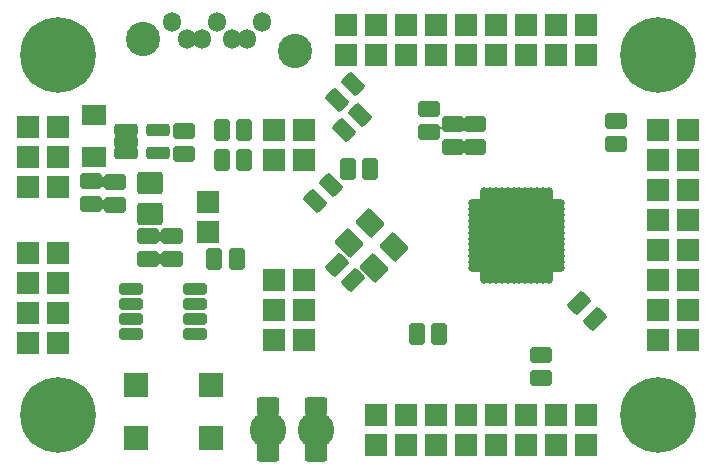
<source format=gbr>
%TF.GenerationSoftware,KiCad,Pcbnew,6.0.4-6f826c9f35~116~ubuntu20.04.1*%
%TF.CreationDate,2022-04-06T12:55:40+00:00*%
%TF.ProjectId,PROGLOG01A,50524f47-4c4f-4473-9031-412e6b696361,REV*%
%TF.SameCoordinates,Original*%
%TF.FileFunction,Soldermask,Bot*%
%TF.FilePolarity,Negative*%
%FSLAX46Y46*%
G04 Gerber Fmt 4.6, Leading zero omitted, Abs format (unit mm)*
G04 Created by KiCad (PCBNEW 6.0.4-6f826c9f35~116~ubuntu20.04.1) date 2022-04-06 12:55:40*
%MOMM*%
%LPD*%
G01*
G04 APERTURE LIST*
G04 Aperture macros list*
%AMRoundRect*
0 Rectangle with rounded corners*
0 $1 Rounding radius*
0 $2 $3 $4 $5 $6 $7 $8 $9 X,Y pos of 4 corners*
0 Add a 4 corners polygon primitive as box body*
4,1,4,$2,$3,$4,$5,$6,$7,$8,$9,$2,$3,0*
0 Add four circle primitives for the rounded corners*
1,1,$1+$1,$2,$3*
1,1,$1+$1,$4,$5*
1,1,$1+$1,$6,$7*
1,1,$1+$1,$8,$9*
0 Add four rect primitives between the rounded corners*
20,1,$1+$1,$2,$3,$4,$5,0*
20,1,$1+$1,$4,$5,$6,$7,0*
20,1,$1+$1,$6,$7,$8,$9,0*
20,1,$1+$1,$8,$9,$2,$3,0*%
G04 Aperture macros list end*
%ADD10RoundRect,0.200000X-0.762000X0.762000X-0.762000X-0.762000X0.762000X-0.762000X0.762000X0.762000X0*%
%ADD11RoundRect,0.200000X-0.762000X-0.762000X0.762000X-0.762000X0.762000X0.762000X-0.762000X0.762000X0*%
%ADD12C,6.400000*%
%ADD13RoundRect,0.200000X-0.838200X-0.838200X0.838200X-0.838200X0.838200X0.838200X-0.838200X0.838200X0*%
%ADD14RoundRect,0.200000X0.762000X-0.762000X0.762000X0.762000X-0.762000X0.762000X-0.762000X-0.762000X0*%
%ADD15RoundRect,0.200000X0.762000X0.762000X-0.762000X0.762000X-0.762000X-0.762000X0.762000X-0.762000X0*%
%ADD16O,1.500000X1.700000*%
%ADD17C,2.900000*%
%ADD18RoundRect,0.262500X0.062500X-0.375000X0.062500X0.375000X-0.062500X0.375000X-0.062500X-0.375000X0*%
%ADD19RoundRect,0.262500X0.375000X-0.062500X0.375000X0.062500X-0.375000X0.062500X-0.375000X-0.062500X0*%
%ADD20RoundRect,0.450001X2.549999X-2.549999X2.549999X2.549999X-2.549999X2.549999X-2.549999X-2.549999X0*%
%ADD21RoundRect,0.200000X-0.698500X0.444500X-0.698500X-0.444500X0.698500X-0.444500X0.698500X0.444500X0*%
%ADD22RoundRect,0.200000X-0.200000X0.750000X-0.200000X-0.750000X0.200000X-0.750000X0.200000X0.750000X0*%
%ADD23RoundRect,0.200000X-0.780000X-0.325000X0.780000X-0.325000X0.780000X0.325000X-0.780000X0.325000X0*%
%ADD24RoundRect,0.200000X0.698500X-0.444500X0.698500X0.444500X-0.698500X0.444500X-0.698500X-0.444500X0*%
%ADD25RoundRect,0.200000X-0.444500X-0.698500X0.444500X-0.698500X0.444500X0.698500X-0.444500X0.698500X0*%
%ADD26RoundRect,0.200000X0.179605X-0.808223X0.808223X-0.179605X-0.179605X0.808223X-0.808223X0.179605X0*%
%ADD27RoundRect,0.200000X1.042983X-0.088388X-0.088388X1.042983X-1.042983X0.088388X0.088388X-1.042983X0*%
%ADD28C,3.100000*%
%ADD29RoundRect,0.200000X0.750000X-0.525000X0.750000X0.525000X-0.750000X0.525000X-0.750000X-0.525000X0*%
%ADD30RoundRect,0.200000X0.850000X-0.650000X0.850000X0.650000X-0.850000X0.650000X-0.850000X-0.650000X0*%
%ADD31RoundRect,0.200000X-0.775000X-0.300000X0.775000X-0.300000X0.775000X0.300000X-0.775000X0.300000X0*%
%ADD32RoundRect,0.200000X0.444500X0.698500X-0.444500X0.698500X-0.444500X-0.698500X0.444500X-0.698500X0*%
%ADD33RoundRect,0.200000X0.808223X0.179605X0.179605X0.808223X-0.808223X-0.179605X-0.179605X-0.808223X0*%
G04 APERTURE END LIST*
D10*
%TO.C,J23*%
X204470000Y-103886000D03*
X204470000Y-106426000D03*
%TD*%
%TO.C,J21*%
X199390000Y-103886000D03*
X199390000Y-106426000D03*
%TD*%
D11*
%TO.C,J1*%
X159766000Y-112522000D03*
X162306000Y-112522000D03*
X159766000Y-115062000D03*
X162306000Y-115062000D03*
X159766000Y-117602000D03*
X162306000Y-117602000D03*
%TD*%
D10*
%TO.C,J18*%
X194310000Y-103886000D03*
X194310000Y-106426000D03*
%TD*%
%TO.C,J25*%
X207010000Y-103886000D03*
X207010000Y-106426000D03*
%TD*%
D11*
%TO.C,J24*%
X213106000Y-112776000D03*
X215646000Y-112776000D03*
%TD*%
D10*
%TO.C,J16*%
X189230000Y-103886000D03*
X189230000Y-106426000D03*
%TD*%
%TO.C,J6*%
X199390000Y-136906000D03*
X199390000Y-139446000D03*
%TD*%
%TO.C,J20*%
X196850000Y-103886000D03*
X196850000Y-106426000D03*
%TD*%
D12*
%TO.C,M4*%
X162306000Y-136906000D03*
%TD*%
D11*
%TO.C,J4*%
X159766000Y-123190000D03*
X162306000Y-123190000D03*
X159766000Y-125730000D03*
X162306000Y-125730000D03*
X159766000Y-128270000D03*
X162306000Y-128270000D03*
X159766000Y-130810000D03*
X162306000Y-130810000D03*
%TD*%
D10*
%TO.C,J5*%
X201930000Y-136906000D03*
X201930000Y-139446000D03*
%TD*%
D13*
%TO.C,SW1*%
X175209600Y-134402000D03*
X168909600Y-134402000D03*
X175209600Y-138902000D03*
X168909600Y-138902000D03*
%TD*%
D11*
%TO.C,J31*%
X213106000Y-120396000D03*
X215646000Y-120396000D03*
%TD*%
%TO.C,J29*%
X213106000Y-117856000D03*
X215646000Y-117856000D03*
%TD*%
%TO.C,J27*%
X213106000Y-122936000D03*
X215646000Y-122936000D03*
%TD*%
D10*
%TO.C,J19*%
X201930000Y-103886000D03*
X201930000Y-106426000D03*
%TD*%
D11*
%TO.C,J28*%
X213106000Y-125476000D03*
X215646000Y-125476000D03*
%TD*%
%TO.C,J30*%
X213106000Y-128016000D03*
X215646000Y-128016000D03*
%TD*%
D10*
%TO.C,J7*%
X196850000Y-136906000D03*
X196850000Y-139446000D03*
%TD*%
D12*
%TO.C,M2*%
X213106000Y-106426000D03*
%TD*%
%TO.C,M1*%
X213106000Y-136906000D03*
%TD*%
D14*
%TO.C,J2*%
X175006000Y-121412000D03*
X175006000Y-118872000D03*
%TD*%
D10*
%TO.C,J34*%
X207010000Y-136906000D03*
X207010000Y-139446000D03*
%TD*%
D11*
%TO.C,J32*%
X213106000Y-130556000D03*
X215646000Y-130556000D03*
%TD*%
%TO.C,J13*%
X180594000Y-128016000D03*
X183134000Y-128016000D03*
%TD*%
D10*
%TO.C,J11*%
X189230000Y-136906000D03*
X189230000Y-139446000D03*
%TD*%
D15*
%TO.C,J14*%
X183134000Y-130556000D03*
X180594000Y-130556000D03*
%TD*%
D10*
%TO.C,J15*%
X186690000Y-103886000D03*
X186690000Y-106426000D03*
%TD*%
D11*
%TO.C,J22*%
X213106000Y-115316000D03*
X215646000Y-115316000D03*
%TD*%
D10*
%TO.C,J33*%
X204470000Y-136906000D03*
X204470000Y-139446000D03*
%TD*%
%TO.C,J17*%
X191770000Y-103886000D03*
X191770000Y-106426000D03*
%TD*%
%TO.C,J8*%
X194310000Y-136906000D03*
X194310000Y-139446000D03*
%TD*%
%TO.C,J9*%
X191770000Y-136906000D03*
X191770000Y-139446000D03*
%TD*%
D16*
%TO.C,J26*%
X171958000Y-103632000D03*
X173228000Y-105132000D03*
X174498000Y-105132000D03*
X175768000Y-103632000D03*
X177038000Y-105132000D03*
X178308000Y-105132000D03*
X179578000Y-103632000D03*
D17*
X182328000Y-106132000D03*
X169498000Y-105132000D03*
%TD*%
D12*
%TO.C,M3*%
X162306000Y-106426000D03*
%TD*%
D11*
%TO.C,J10*%
X180594000Y-125476000D03*
X183134000Y-125476000D03*
%TD*%
%TO.C,J3*%
X180594000Y-112776000D03*
X183134000Y-112776000D03*
X180594000Y-115316000D03*
X183134000Y-115316000D03*
%TD*%
D18*
%TO.C,U4*%
X203841800Y-125192400D03*
X203341800Y-125192400D03*
X202841800Y-125192400D03*
X202341800Y-125192400D03*
X201841800Y-125192400D03*
X201341800Y-125192400D03*
X200841800Y-125192400D03*
X200341800Y-125192400D03*
X199841800Y-125192400D03*
X199341800Y-125192400D03*
X198841800Y-125192400D03*
X198341800Y-125192400D03*
D19*
X197654300Y-124504900D03*
X197654300Y-124004900D03*
X197654300Y-123504900D03*
X197654300Y-123004900D03*
X197654300Y-122504900D03*
X197654300Y-122004900D03*
X197654300Y-121504900D03*
X197654300Y-121004900D03*
X197654300Y-120504900D03*
X197654300Y-120004900D03*
X197654300Y-119504900D03*
X197654300Y-119004900D03*
D18*
X198341800Y-118317400D03*
X198841800Y-118317400D03*
X199341800Y-118317400D03*
X199841800Y-118317400D03*
X200341800Y-118317400D03*
X200841800Y-118317400D03*
X201341800Y-118317400D03*
X201841800Y-118317400D03*
X202341800Y-118317400D03*
X202841800Y-118317400D03*
X203341800Y-118317400D03*
X203841800Y-118317400D03*
D19*
X204529300Y-119004900D03*
X204529300Y-119504900D03*
X204529300Y-120004900D03*
X204529300Y-120504900D03*
X204529300Y-121004900D03*
X204529300Y-121504900D03*
X204529300Y-122004900D03*
X204529300Y-122504900D03*
X204529300Y-123004900D03*
X204529300Y-123504900D03*
X204529300Y-124004900D03*
X204529300Y-124504900D03*
D20*
X201091800Y-121754900D03*
%TD*%
D21*
%TO.C,C3*%
X165100000Y-117157500D03*
X165100000Y-119062500D03*
%TD*%
D22*
%TO.C,U1*%
X169403000Y-117288000D03*
X170053000Y-117288000D03*
X170703000Y-117288000D03*
X170703000Y-119948000D03*
X170053000Y-119948000D03*
X169403000Y-119948000D03*
%TD*%
D23*
%TO.C,U2*%
X168068000Y-114742000D03*
X168068000Y-113792000D03*
X168068000Y-112842000D03*
X170768000Y-112842000D03*
X170768000Y-114742000D03*
%TD*%
D24*
%TO.C,C4*%
X172974000Y-114808000D03*
X172974000Y-112903000D03*
%TD*%
D25*
%TO.C,R3*%
X176149000Y-112776000D03*
X178054000Y-112776000D03*
%TD*%
%TO.C,R2*%
X176149000Y-115316000D03*
X178054000Y-115316000D03*
%TD*%
D26*
%TO.C,R8*%
X185901762Y-110262238D03*
X187248800Y-108915200D03*
%TD*%
D21*
%TO.C,R10*%
X209550000Y-112077500D03*
X209550000Y-113982500D03*
%TD*%
D25*
%TO.C,R9*%
X192659000Y-130048000D03*
X194564000Y-130048000D03*
%TD*%
D21*
%TO.C,R5*%
X169926000Y-121793000D03*
X169926000Y-123698000D03*
%TD*%
D27*
%TO.C,X1*%
X188990421Y-124464188D03*
X186939812Y-122413579D03*
X188707579Y-120645812D03*
X190758188Y-122696421D03*
%TD*%
D24*
%TO.C,C1*%
X203200000Y-133781800D03*
X203200000Y-131876800D03*
%TD*%
D21*
%TO.C,C2*%
X167132000Y-117221000D03*
X167132000Y-119126000D03*
%TD*%
D26*
%TO.C,R7*%
X186460562Y-112853038D03*
X187807600Y-111506000D03*
%TD*%
D21*
%TO.C,R6*%
X171958000Y-121793000D03*
X171958000Y-123698000D03*
%TD*%
D28*
%TO.C,D3*%
X180086000Y-138176000D03*
D29*
X180086000Y-136176000D03*
X180086000Y-140176000D03*
%TD*%
D28*
%TO.C,D2*%
X184150000Y-138176000D03*
D29*
X184150000Y-136176000D03*
X184150000Y-140176000D03*
%TD*%
D30*
%TO.C,D1*%
X165354000Y-115062000D03*
X165354000Y-111562000D03*
%TD*%
D24*
%TO.C,C6*%
X195707000Y-114236500D03*
X195707000Y-112331500D03*
%TD*%
%TO.C,C5*%
X193675000Y-112953800D03*
X193675000Y-111048800D03*
%TD*%
D26*
%TO.C,C9*%
X184035281Y-118783519D03*
X185382319Y-117436481D03*
%TD*%
D31*
%TO.C,U3*%
X168480760Y-130060700D03*
X168480760Y-128790700D03*
X168480760Y-127520700D03*
X168480760Y-126250700D03*
X173880760Y-126250700D03*
X173880760Y-127520700D03*
X173880760Y-128790700D03*
X173880760Y-130060700D03*
%TD*%
D32*
%TO.C,R1*%
X177419000Y-123698000D03*
X175514000Y-123698000D03*
%TD*%
D33*
%TO.C,C10*%
X207695800Y-128778000D03*
X206348762Y-127430962D03*
%TD*%
%TO.C,C7*%
X187211538Y-125553038D03*
X185864500Y-124206000D03*
%TD*%
D25*
%TO.C,C8*%
X186791600Y-116078000D03*
X188696600Y-116078000D03*
%TD*%
D24*
%TO.C,R4*%
X197612000Y-114236500D03*
X197612000Y-112331500D03*
%TD*%
G36*
X171072466Y-123195405D02*
G01*
X171072790Y-123196942D01*
X171061500Y-123253699D01*
X171061500Y-124142301D01*
X171072790Y-124199058D01*
X171072147Y-124200952D01*
X171070185Y-124201342D01*
X171069015Y-124200293D01*
X171065181Y-124192072D01*
X171065011Y-124191488D01*
X171063984Y-124183691D01*
X171035845Y-124120081D01*
X170978031Y-124081945D01*
X170908777Y-124081121D01*
X170850083Y-124117860D01*
X170820014Y-124183702D01*
X170818989Y-124191488D01*
X170818819Y-124192072D01*
X170814985Y-124200293D01*
X170813346Y-124201440D01*
X170811534Y-124200595D01*
X170811210Y-124199058D01*
X170822500Y-124142301D01*
X170822500Y-123253699D01*
X170811210Y-123196942D01*
X170811853Y-123195048D01*
X170813815Y-123194658D01*
X170814985Y-123195707D01*
X170818819Y-123203928D01*
X170818989Y-123204512D01*
X170820016Y-123212309D01*
X170848155Y-123275919D01*
X170905969Y-123314055D01*
X170975223Y-123314879D01*
X171033917Y-123278140D01*
X171063986Y-123212298D01*
X171065011Y-123204512D01*
X171065181Y-123203928D01*
X171069015Y-123195707D01*
X171070654Y-123194560D01*
X171072466Y-123195405D01*
G37*
G36*
X171072466Y-121290405D02*
G01*
X171072790Y-121291942D01*
X171061500Y-121348699D01*
X171061500Y-122237301D01*
X171072790Y-122294058D01*
X171072147Y-122295952D01*
X171070185Y-122296342D01*
X171069015Y-122295293D01*
X171065181Y-122287072D01*
X171065011Y-122286488D01*
X171063984Y-122278691D01*
X171035845Y-122215081D01*
X170978031Y-122176945D01*
X170908777Y-122176121D01*
X170850083Y-122212860D01*
X170820014Y-122278702D01*
X170818989Y-122286488D01*
X170818819Y-122287072D01*
X170814985Y-122295293D01*
X170813346Y-122296440D01*
X170811534Y-122295595D01*
X170811210Y-122294058D01*
X170822500Y-122237301D01*
X170822500Y-121348699D01*
X170811210Y-121291942D01*
X170811853Y-121290048D01*
X170813815Y-121289658D01*
X170814985Y-121290707D01*
X170818819Y-121298928D01*
X170818989Y-121299512D01*
X170820016Y-121307309D01*
X170848155Y-121370919D01*
X170905969Y-121409055D01*
X170975223Y-121409879D01*
X171033917Y-121373140D01*
X171063986Y-121307298D01*
X171065011Y-121299512D01*
X171065181Y-121298928D01*
X171069015Y-121290707D01*
X171070654Y-121289560D01*
X171072466Y-121290405D01*
G37*
G36*
X165999605Y-118613554D02*
G01*
X166026673Y-118674741D01*
X166084487Y-118712877D01*
X166153740Y-118713702D01*
X166212571Y-118676876D01*
X166232055Y-118647211D01*
X166243015Y-118623707D01*
X166244654Y-118622560D01*
X166246466Y-118623405D01*
X166246790Y-118624942D01*
X166235500Y-118681699D01*
X166235500Y-119570301D01*
X166236186Y-119573747D01*
X166235543Y-119575640D01*
X166233581Y-119576031D01*
X166232395Y-119574946D01*
X166205327Y-119513759D01*
X166147513Y-119475623D01*
X166078260Y-119474798D01*
X166019429Y-119511624D01*
X165999945Y-119541289D01*
X165988985Y-119564793D01*
X165987346Y-119565940D01*
X165985534Y-119565095D01*
X165985210Y-119563558D01*
X165996500Y-119506801D01*
X165996500Y-118618199D01*
X165995814Y-118614753D01*
X165996457Y-118612860D01*
X165998419Y-118612469D01*
X165999605Y-118613554D01*
G37*
G36*
X165999605Y-116708554D02*
G01*
X166026673Y-116769741D01*
X166084487Y-116807877D01*
X166153740Y-116808702D01*
X166212571Y-116771876D01*
X166232055Y-116742211D01*
X166243015Y-116718707D01*
X166244654Y-116717560D01*
X166246466Y-116718405D01*
X166246790Y-116719942D01*
X166235500Y-116776699D01*
X166235500Y-117665301D01*
X166236186Y-117668747D01*
X166235543Y-117670640D01*
X166233581Y-117671031D01*
X166232395Y-117669946D01*
X166205327Y-117608759D01*
X166147513Y-117570623D01*
X166078260Y-117569798D01*
X166019429Y-117606624D01*
X165999945Y-117636289D01*
X165988985Y-117659793D01*
X165987346Y-117660940D01*
X165985534Y-117660095D01*
X165985210Y-117658558D01*
X165996500Y-117601801D01*
X165996500Y-116713199D01*
X165995814Y-116709753D01*
X165996457Y-116707860D01*
X165998419Y-116707469D01*
X165999605Y-116708554D01*
G37*
G36*
X196562395Y-113670207D02*
G01*
X196572323Y-113680135D01*
X196633372Y-113713469D01*
X196702531Y-113708523D01*
X196746628Y-113680184D01*
X196756605Y-113670207D01*
X196758537Y-113669689D01*
X196759951Y-113671103D01*
X196759682Y-113672732D01*
X196730609Y-113716242D01*
X196715500Y-113792199D01*
X196715500Y-114680801D01*
X196730609Y-114756758D01*
X196759682Y-114800268D01*
X196759813Y-114802264D01*
X196758150Y-114803375D01*
X196756605Y-114802793D01*
X196746677Y-114792865D01*
X196685628Y-114759531D01*
X196616469Y-114764477D01*
X196572372Y-114792816D01*
X196562395Y-114802793D01*
X196560463Y-114803311D01*
X196559049Y-114801897D01*
X196559318Y-114800268D01*
X196588391Y-114756758D01*
X196603500Y-114680801D01*
X196603500Y-113792199D01*
X196588391Y-113716242D01*
X196559318Y-113672732D01*
X196559187Y-113670736D01*
X196560850Y-113669625D01*
X196562395Y-113670207D01*
G37*
G36*
X196562395Y-111765207D02*
G01*
X196572323Y-111775135D01*
X196633372Y-111808469D01*
X196702531Y-111803523D01*
X196746628Y-111775184D01*
X196756605Y-111765207D01*
X196758537Y-111764689D01*
X196759951Y-111766103D01*
X196759682Y-111767732D01*
X196730609Y-111811242D01*
X196715500Y-111887199D01*
X196715500Y-112775801D01*
X196730609Y-112851758D01*
X196759682Y-112895268D01*
X196759813Y-112897264D01*
X196758150Y-112898375D01*
X196756605Y-112897793D01*
X196746677Y-112887865D01*
X196685628Y-112854531D01*
X196616469Y-112859477D01*
X196572372Y-112887816D01*
X196562395Y-112897793D01*
X196560463Y-112898311D01*
X196559049Y-112896897D01*
X196559318Y-112895268D01*
X196588391Y-112851758D01*
X196603500Y-112775801D01*
X196603500Y-111887199D01*
X196588391Y-111811242D01*
X196559318Y-111767732D01*
X196559187Y-111765736D01*
X196560850Y-111764625D01*
X196562395Y-111765207D01*
G37*
G36*
X194809839Y-112415290D02*
G01*
X194810500Y-112416775D01*
X194810500Y-112775801D01*
X194821790Y-112832558D01*
X194821147Y-112834452D01*
X194819185Y-112834842D01*
X194818015Y-112833793D01*
X194810095Y-112816809D01*
X194764127Y-112764603D01*
X194697523Y-112745619D01*
X194631228Y-112765658D01*
X194586236Y-112818420D01*
X194575456Y-112868942D01*
X194574117Y-112870428D01*
X194572161Y-112870010D01*
X194571500Y-112868525D01*
X194571500Y-112509499D01*
X194560210Y-112452742D01*
X194560853Y-112450848D01*
X194562815Y-112450458D01*
X194563985Y-112451507D01*
X194571905Y-112468491D01*
X194617873Y-112520697D01*
X194684477Y-112539681D01*
X194750772Y-112519642D01*
X194795764Y-112466880D01*
X194806544Y-112416358D01*
X194807883Y-112414872D01*
X194809839Y-112415290D01*
G37*
M02*

</source>
